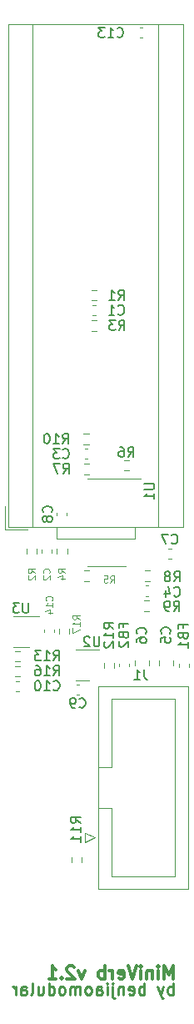
<source format=gbr>
%TF.GenerationSoftware,KiCad,Pcbnew,6.0.11+dfsg-1~bpo11+1*%
%TF.CreationDate,2023-04-14T10:24:11+08:00*%
%TF.ProjectId,MiniVerb - Main,4d696e69-5665-4726-9220-2d204d61696e,rev?*%
%TF.SameCoordinates,Original*%
%TF.FileFunction,Legend,Bot*%
%TF.FilePolarity,Positive*%
%FSLAX46Y46*%
G04 Gerber Fmt 4.6, Leading zero omitted, Abs format (unit mm)*
G04 Created by KiCad (PCBNEW 6.0.11+dfsg-1~bpo11+1) date 2023-04-14 10:24:11*
%MOMM*%
%LPD*%
G01*
G04 APERTURE LIST*
%ADD10C,0.220000*%
%ADD11C,0.300000*%
%ADD12C,0.120000*%
%ADD13C,0.150000*%
G04 APERTURE END LIST*
D10*
X178135714Y-148992857D02*
X178135714Y-147792857D01*
X178135714Y-148250000D02*
X178021428Y-148192857D01*
X177792857Y-148192857D01*
X177678571Y-148250000D01*
X177621428Y-148307142D01*
X177564285Y-148421428D01*
X177564285Y-148764285D01*
X177621428Y-148878571D01*
X177678571Y-148935714D01*
X177792857Y-148992857D01*
X178021428Y-148992857D01*
X178135714Y-148935714D01*
X177164285Y-148192857D02*
X176878571Y-148992857D01*
X176592857Y-148192857D02*
X176878571Y-148992857D01*
X176992857Y-149278571D01*
X177050000Y-149335714D01*
X177164285Y-149392857D01*
X175221428Y-148992857D02*
X175221428Y-147792857D01*
X175221428Y-148250000D02*
X175107142Y-148192857D01*
X174878571Y-148192857D01*
X174764285Y-148250000D01*
X174707142Y-148307142D01*
X174650000Y-148421428D01*
X174650000Y-148764285D01*
X174707142Y-148878571D01*
X174764285Y-148935714D01*
X174878571Y-148992857D01*
X175107142Y-148992857D01*
X175221428Y-148935714D01*
X173678571Y-148935714D02*
X173792857Y-148992857D01*
X174021428Y-148992857D01*
X174135714Y-148935714D01*
X174192857Y-148821428D01*
X174192857Y-148364285D01*
X174135714Y-148250000D01*
X174021428Y-148192857D01*
X173792857Y-148192857D01*
X173678571Y-148250000D01*
X173621428Y-148364285D01*
X173621428Y-148478571D01*
X174192857Y-148592857D01*
X173107142Y-148192857D02*
X173107142Y-148992857D01*
X173107142Y-148307142D02*
X173050000Y-148250000D01*
X172935714Y-148192857D01*
X172764285Y-148192857D01*
X172650000Y-148250000D01*
X172592857Y-148364285D01*
X172592857Y-148992857D01*
X172021428Y-148192857D02*
X172021428Y-149221428D01*
X172078571Y-149335714D01*
X172192857Y-149392857D01*
X172250000Y-149392857D01*
X172021428Y-147792857D02*
X172078571Y-147850000D01*
X172021428Y-147907142D01*
X171964285Y-147850000D01*
X172021428Y-147792857D01*
X172021428Y-147907142D01*
X171450000Y-148992857D02*
X171450000Y-148192857D01*
X171450000Y-147792857D02*
X171507142Y-147850000D01*
X171450000Y-147907142D01*
X171392857Y-147850000D01*
X171450000Y-147792857D01*
X171450000Y-147907142D01*
X170364285Y-148992857D02*
X170364285Y-148364285D01*
X170421428Y-148250000D01*
X170535714Y-148192857D01*
X170764285Y-148192857D01*
X170878571Y-148250000D01*
X170364285Y-148935714D02*
X170478571Y-148992857D01*
X170764285Y-148992857D01*
X170878571Y-148935714D01*
X170935714Y-148821428D01*
X170935714Y-148707142D01*
X170878571Y-148592857D01*
X170764285Y-148535714D01*
X170478571Y-148535714D01*
X170364285Y-148478571D01*
X169621428Y-148992857D02*
X169735714Y-148935714D01*
X169792857Y-148878571D01*
X169850000Y-148764285D01*
X169850000Y-148421428D01*
X169792857Y-148307142D01*
X169735714Y-148250000D01*
X169621428Y-148192857D01*
X169450000Y-148192857D01*
X169335714Y-148250000D01*
X169278571Y-148307142D01*
X169221428Y-148421428D01*
X169221428Y-148764285D01*
X169278571Y-148878571D01*
X169335714Y-148935714D01*
X169450000Y-148992857D01*
X169621428Y-148992857D01*
X168707142Y-148992857D02*
X168707142Y-148192857D01*
X168707142Y-148307142D02*
X168650000Y-148250000D01*
X168535714Y-148192857D01*
X168364285Y-148192857D01*
X168250000Y-148250000D01*
X168192857Y-148364285D01*
X168192857Y-148992857D01*
X168192857Y-148364285D02*
X168135714Y-148250000D01*
X168021428Y-148192857D01*
X167850000Y-148192857D01*
X167735714Y-148250000D01*
X167678571Y-148364285D01*
X167678571Y-148992857D01*
X166935714Y-148992857D02*
X167050000Y-148935714D01*
X167107142Y-148878571D01*
X167164285Y-148764285D01*
X167164285Y-148421428D01*
X167107142Y-148307142D01*
X167050000Y-148250000D01*
X166935714Y-148192857D01*
X166764285Y-148192857D01*
X166650000Y-148250000D01*
X166592857Y-148307142D01*
X166535714Y-148421428D01*
X166535714Y-148764285D01*
X166592857Y-148878571D01*
X166650000Y-148935714D01*
X166764285Y-148992857D01*
X166935714Y-148992857D01*
X165507142Y-148992857D02*
X165507142Y-147792857D01*
X165507142Y-148935714D02*
X165621428Y-148992857D01*
X165850000Y-148992857D01*
X165964285Y-148935714D01*
X166021428Y-148878571D01*
X166078571Y-148764285D01*
X166078571Y-148421428D01*
X166021428Y-148307142D01*
X165964285Y-148250000D01*
X165850000Y-148192857D01*
X165621428Y-148192857D01*
X165507142Y-148250000D01*
X164421428Y-148192857D02*
X164421428Y-148992857D01*
X164935714Y-148192857D02*
X164935714Y-148821428D01*
X164878571Y-148935714D01*
X164764285Y-148992857D01*
X164592857Y-148992857D01*
X164478571Y-148935714D01*
X164421428Y-148878571D01*
X163678571Y-148992857D02*
X163792857Y-148935714D01*
X163850000Y-148821428D01*
X163850000Y-147792857D01*
X162707142Y-148992857D02*
X162707142Y-148364285D01*
X162764285Y-148250000D01*
X162878571Y-148192857D01*
X163107142Y-148192857D01*
X163221428Y-148250000D01*
X162707142Y-148935714D02*
X162821428Y-148992857D01*
X163107142Y-148992857D01*
X163221428Y-148935714D01*
X163278571Y-148821428D01*
X163278571Y-148707142D01*
X163221428Y-148592857D01*
X163107142Y-148535714D01*
X162821428Y-148535714D01*
X162707142Y-148478571D01*
X162135714Y-148992857D02*
X162135714Y-148192857D01*
X162135714Y-148421428D02*
X162078571Y-148307142D01*
X162021428Y-148250000D01*
X161907142Y-148192857D01*
X161792857Y-148192857D01*
D11*
X178133333Y-147388095D02*
X178133333Y-146088095D01*
X177700000Y-147016666D01*
X177266666Y-146088095D01*
X177266666Y-147388095D01*
X176647619Y-147388095D02*
X176647619Y-146521428D01*
X176647619Y-146088095D02*
X176709523Y-146150000D01*
X176647619Y-146211904D01*
X176585714Y-146150000D01*
X176647619Y-146088095D01*
X176647619Y-146211904D01*
X176028571Y-146521428D02*
X176028571Y-147388095D01*
X176028571Y-146645238D02*
X175966666Y-146583333D01*
X175842857Y-146521428D01*
X175657142Y-146521428D01*
X175533333Y-146583333D01*
X175471428Y-146707142D01*
X175471428Y-147388095D01*
X174852380Y-147388095D02*
X174852380Y-146521428D01*
X174852380Y-146088095D02*
X174914285Y-146150000D01*
X174852380Y-146211904D01*
X174790476Y-146150000D01*
X174852380Y-146088095D01*
X174852380Y-146211904D01*
X174419047Y-146088095D02*
X173985714Y-147388095D01*
X173552380Y-146088095D01*
X172623809Y-147326190D02*
X172747619Y-147388095D01*
X172995238Y-147388095D01*
X173119047Y-147326190D01*
X173180952Y-147202380D01*
X173180952Y-146707142D01*
X173119047Y-146583333D01*
X172995238Y-146521428D01*
X172747619Y-146521428D01*
X172623809Y-146583333D01*
X172561904Y-146707142D01*
X172561904Y-146830952D01*
X173180952Y-146954761D01*
X172004761Y-147388095D02*
X172004761Y-146521428D01*
X172004761Y-146769047D02*
X171942857Y-146645238D01*
X171880952Y-146583333D01*
X171757142Y-146521428D01*
X171633333Y-146521428D01*
X171200000Y-147388095D02*
X171200000Y-146088095D01*
X171200000Y-146583333D02*
X171076190Y-146521428D01*
X170828571Y-146521428D01*
X170704761Y-146583333D01*
X170642857Y-146645238D01*
X170580952Y-146769047D01*
X170580952Y-147140476D01*
X170642857Y-147264285D01*
X170704761Y-147326190D01*
X170828571Y-147388095D01*
X171076190Y-147388095D01*
X171200000Y-147326190D01*
X169157142Y-146521428D02*
X168847619Y-147388095D01*
X168538095Y-146521428D01*
X168104761Y-146211904D02*
X168042857Y-146150000D01*
X167919047Y-146088095D01*
X167609523Y-146088095D01*
X167485714Y-146150000D01*
X167423809Y-146211904D01*
X167361904Y-146335714D01*
X167361904Y-146459523D01*
X167423809Y-146645238D01*
X168166666Y-147388095D01*
X167361904Y-147388095D01*
X166804761Y-147264285D02*
X166742857Y-147326190D01*
X166804761Y-147388095D01*
X166866666Y-147326190D01*
X166804761Y-147264285D01*
X166804761Y-147388095D01*
X165504761Y-147388095D02*
X166247619Y-147388095D01*
X165876190Y-147388095D02*
X165876190Y-146088095D01*
X166000000Y-146273809D01*
X166123809Y-146397619D01*
X166247619Y-146459523D01*
D12*
%TO.C,R2*%
X164086666Y-106193333D02*
X163753333Y-105960000D01*
X164086666Y-105793333D02*
X163386666Y-105793333D01*
X163386666Y-106060000D01*
X163420000Y-106126666D01*
X163453333Y-106160000D01*
X163520000Y-106193333D01*
X163620000Y-106193333D01*
X163686666Y-106160000D01*
X163720000Y-106126666D01*
X163753333Y-106060000D01*
X163753333Y-105793333D01*
X163453333Y-106460000D02*
X163420000Y-106493333D01*
X163386666Y-106560000D01*
X163386666Y-106726666D01*
X163420000Y-106793333D01*
X163453333Y-106826666D01*
X163520000Y-106860000D01*
X163586666Y-106860000D01*
X163686666Y-106826666D01*
X164086666Y-106426666D01*
X164086666Y-106860000D01*
D13*
%TO.C,R12*%
X172101447Y-111853075D02*
X171625257Y-111519742D01*
X172101447Y-111281647D02*
X171101447Y-111281647D01*
X171101447Y-111662599D01*
X171149067Y-111757837D01*
X171196686Y-111805456D01*
X171291924Y-111853075D01*
X171434781Y-111853075D01*
X171530019Y-111805456D01*
X171577638Y-111757837D01*
X171625257Y-111662599D01*
X171625257Y-111281647D01*
X172101447Y-112805456D02*
X172101447Y-112234028D01*
X172101447Y-112519742D02*
X171101447Y-112519742D01*
X171244305Y-112424504D01*
X171339543Y-112329266D01*
X171387162Y-112234028D01*
X171196686Y-113186409D02*
X171149067Y-113234028D01*
X171101447Y-113329266D01*
X171101447Y-113567361D01*
X171149067Y-113662599D01*
X171196686Y-113710218D01*
X171291924Y-113757837D01*
X171387162Y-113757837D01*
X171530019Y-113710218D01*
X172101447Y-113138790D01*
X172101447Y-113757837D01*
%TO.C,R9*%
X178215733Y-110048313D02*
X178549067Y-109572123D01*
X178787162Y-110048313D02*
X178787162Y-109048313D01*
X178406209Y-109048313D01*
X178310971Y-109095933D01*
X178263352Y-109143552D01*
X178215733Y-109238790D01*
X178215733Y-109381647D01*
X178263352Y-109476885D01*
X178310971Y-109524504D01*
X178406209Y-109572123D01*
X178787162Y-109572123D01*
X177739543Y-110048313D02*
X177549067Y-110048313D01*
X177453828Y-110000694D01*
X177406209Y-109953075D01*
X177310971Y-109810218D01*
X177263352Y-109619742D01*
X177263352Y-109238790D01*
X177310971Y-109143552D01*
X177358590Y-109095933D01*
X177453828Y-109048313D01*
X177644305Y-109048313D01*
X177739543Y-109095933D01*
X177787162Y-109143552D01*
X177834781Y-109238790D01*
X177834781Y-109476885D01*
X177787162Y-109572123D01*
X177739543Y-109619742D01*
X177644305Y-109667361D01*
X177453828Y-109667361D01*
X177358590Y-109619742D01*
X177310971Y-109572123D01*
X177263352Y-109476885D01*
%TO.C,U3*%
X163435971Y-109223313D02*
X163435971Y-110032837D01*
X163388352Y-110128075D01*
X163340733Y-110175694D01*
X163245495Y-110223313D01*
X163055019Y-110223313D01*
X162959781Y-110175694D01*
X162912162Y-110128075D01*
X162864543Y-110032837D01*
X162864543Y-109223313D01*
X162483590Y-109223313D02*
X161864543Y-109223313D01*
X162197876Y-109604266D01*
X162055019Y-109604266D01*
X161959781Y-109651885D01*
X161912162Y-109699504D01*
X161864543Y-109794742D01*
X161864543Y-110032837D01*
X161912162Y-110128075D01*
X161959781Y-110175694D01*
X162055019Y-110223313D01*
X162340733Y-110223313D01*
X162435971Y-110175694D01*
X162483590Y-110128075D01*
%TO.C,C3*%
X166939166Y-94482142D02*
X166986785Y-94529761D01*
X167129642Y-94577380D01*
X167224880Y-94577380D01*
X167367738Y-94529761D01*
X167462976Y-94434523D01*
X167510595Y-94339285D01*
X167558214Y-94148809D01*
X167558214Y-94005952D01*
X167510595Y-93815476D01*
X167462976Y-93720238D01*
X167367738Y-93625000D01*
X167224880Y-93577380D01*
X167129642Y-93577380D01*
X166986785Y-93625000D01*
X166939166Y-93672619D01*
X166605833Y-93577380D02*
X165986785Y-93577380D01*
X166320119Y-93958333D01*
X166177261Y-93958333D01*
X166082023Y-94005952D01*
X166034404Y-94053571D01*
X165986785Y-94148809D01*
X165986785Y-94386904D01*
X166034404Y-94482142D01*
X166082023Y-94529761D01*
X166177261Y-94577380D01*
X166462976Y-94577380D01*
X166558214Y-94529761D01*
X166605833Y-94482142D01*
%TO.C,C1*%
X172566666Y-79877142D02*
X172614285Y-79924761D01*
X172757142Y-79972380D01*
X172852380Y-79972380D01*
X172995238Y-79924761D01*
X173090476Y-79829523D01*
X173138095Y-79734285D01*
X173185714Y-79543809D01*
X173185714Y-79400952D01*
X173138095Y-79210476D01*
X173090476Y-79115238D01*
X172995238Y-79020000D01*
X172852380Y-78972380D01*
X172757142Y-78972380D01*
X172614285Y-79020000D01*
X172566666Y-79067619D01*
X171614285Y-79972380D02*
X172185714Y-79972380D01*
X171900000Y-79972380D02*
X171900000Y-78972380D01*
X171995238Y-79115238D01*
X172090476Y-79210476D01*
X172185714Y-79258095D01*
%TO.C,R6*%
X173566666Y-94402380D02*
X173900000Y-93926190D01*
X174138095Y-94402380D02*
X174138095Y-93402380D01*
X173757142Y-93402380D01*
X173661904Y-93450000D01*
X173614285Y-93497619D01*
X173566666Y-93592857D01*
X173566666Y-93735714D01*
X173614285Y-93830952D01*
X173661904Y-93878571D01*
X173757142Y-93926190D01*
X174138095Y-93926190D01*
X172709523Y-93402380D02*
X172900000Y-93402380D01*
X172995238Y-93450000D01*
X173042857Y-93497619D01*
X173138095Y-93640476D01*
X173185714Y-93830952D01*
X173185714Y-94211904D01*
X173138095Y-94307142D01*
X173090476Y-94354761D01*
X172995238Y-94402380D01*
X172804761Y-94402380D01*
X172709523Y-94354761D01*
X172661904Y-94307142D01*
X172614285Y-94211904D01*
X172614285Y-93973809D01*
X172661904Y-93878571D01*
X172709523Y-93830952D01*
X172804761Y-93783333D01*
X172995238Y-93783333D01*
X173090476Y-93830952D01*
X173138095Y-93878571D01*
X173185714Y-93973809D01*
%TO.C,C13*%
X172466924Y-51703075D02*
X172514543Y-51750694D01*
X172657400Y-51798313D01*
X172752638Y-51798313D01*
X172895495Y-51750694D01*
X172990733Y-51655456D01*
X173038352Y-51560218D01*
X173085971Y-51369742D01*
X173085971Y-51226885D01*
X173038352Y-51036409D01*
X172990733Y-50941171D01*
X172895495Y-50845933D01*
X172752638Y-50798313D01*
X172657400Y-50798313D01*
X172514543Y-50845933D01*
X172466924Y-50893552D01*
X171514543Y-51798313D02*
X172085971Y-51798313D01*
X171800257Y-51798313D02*
X171800257Y-50798313D01*
X171895495Y-50941171D01*
X171990733Y-51036409D01*
X172085971Y-51084028D01*
X171181209Y-50798313D02*
X170562162Y-50798313D01*
X170895495Y-51179266D01*
X170752638Y-51179266D01*
X170657400Y-51226885D01*
X170609781Y-51274504D01*
X170562162Y-51369742D01*
X170562162Y-51607837D01*
X170609781Y-51703075D01*
X170657400Y-51750694D01*
X170752638Y-51798313D01*
X171038352Y-51798313D01*
X171133590Y-51750694D01*
X171181209Y-51703075D01*
%TO.C,R13*%
X165991924Y-115073313D02*
X166325257Y-114597123D01*
X166563352Y-115073313D02*
X166563352Y-114073313D01*
X166182400Y-114073313D01*
X166087162Y-114120933D01*
X166039543Y-114168552D01*
X165991924Y-114263790D01*
X165991924Y-114406647D01*
X166039543Y-114501885D01*
X166087162Y-114549504D01*
X166182400Y-114597123D01*
X166563352Y-114597123D01*
X165039543Y-115073313D02*
X165610971Y-115073313D01*
X165325257Y-115073313D02*
X165325257Y-114073313D01*
X165420495Y-114216171D01*
X165515733Y-114311409D01*
X165610971Y-114359028D01*
X164706209Y-114073313D02*
X164087162Y-114073313D01*
X164420495Y-114454266D01*
X164277638Y-114454266D01*
X164182400Y-114501885D01*
X164134781Y-114549504D01*
X164087162Y-114644742D01*
X164087162Y-114882837D01*
X164134781Y-114978075D01*
X164182400Y-115025694D01*
X164277638Y-115073313D01*
X164563352Y-115073313D01*
X164658590Y-115025694D01*
X164706209Y-114978075D01*
%TO.C,U2*%
X170660971Y-112648313D02*
X170660971Y-113457837D01*
X170613352Y-113553075D01*
X170565733Y-113600694D01*
X170470495Y-113648313D01*
X170280019Y-113648313D01*
X170184781Y-113600694D01*
X170137162Y-113553075D01*
X170089543Y-113457837D01*
X170089543Y-112648313D01*
X169660971Y-112743552D02*
X169613352Y-112695933D01*
X169518114Y-112648313D01*
X169280019Y-112648313D01*
X169184781Y-112695933D01*
X169137162Y-112743552D01*
X169089543Y-112838790D01*
X169089543Y-112934028D01*
X169137162Y-113076885D01*
X169708590Y-113648313D01*
X169089543Y-113648313D01*
%TO.C,R1*%
X172586666Y-78452380D02*
X172920000Y-77976190D01*
X173158095Y-78452380D02*
X173158095Y-77452380D01*
X172777142Y-77452380D01*
X172681904Y-77500000D01*
X172634285Y-77547619D01*
X172586666Y-77642857D01*
X172586666Y-77785714D01*
X172634285Y-77880952D01*
X172681904Y-77928571D01*
X172777142Y-77976190D01*
X173158095Y-77976190D01*
X171634285Y-78452380D02*
X172205714Y-78452380D01*
X171920000Y-78452380D02*
X171920000Y-77452380D01*
X172015238Y-77595238D01*
X172110476Y-77690476D01*
X172205714Y-77738095D01*
D12*
%TO.C,R5*%
X171761666Y-107161666D02*
X171995000Y-106828333D01*
X172161666Y-107161666D02*
X172161666Y-106461666D01*
X171895000Y-106461666D01*
X171828333Y-106495000D01*
X171795000Y-106528333D01*
X171761666Y-106595000D01*
X171761666Y-106695000D01*
X171795000Y-106761666D01*
X171828333Y-106795000D01*
X171895000Y-106828333D01*
X172161666Y-106828333D01*
X171128333Y-106461666D02*
X171461666Y-106461666D01*
X171495000Y-106795000D01*
X171461666Y-106761666D01*
X171395000Y-106728333D01*
X171228333Y-106728333D01*
X171161666Y-106761666D01*
X171128333Y-106795000D01*
X171095000Y-106861666D01*
X171095000Y-107028333D01*
X171128333Y-107095000D01*
X171161666Y-107128333D01*
X171228333Y-107161666D01*
X171395000Y-107161666D01*
X171461666Y-107128333D01*
X171495000Y-107095000D01*
D13*
%TO.C,C5*%
X177806209Y-112329266D02*
X177853828Y-112281647D01*
X177901447Y-112138790D01*
X177901447Y-112043552D01*
X177853828Y-111900694D01*
X177758590Y-111805456D01*
X177663352Y-111757837D01*
X177472876Y-111710218D01*
X177330019Y-111710218D01*
X177139543Y-111757837D01*
X177044305Y-111805456D01*
X176949067Y-111900694D01*
X176901447Y-112043552D01*
X176901447Y-112138790D01*
X176949067Y-112281647D01*
X176996686Y-112329266D01*
X176901447Y-113234028D02*
X176901447Y-112757837D01*
X177377638Y-112710218D01*
X177330019Y-112757837D01*
X177282400Y-112853075D01*
X177282400Y-113091171D01*
X177330019Y-113186409D01*
X177377638Y-113234028D01*
X177472876Y-113281647D01*
X177710971Y-113281647D01*
X177806209Y-113234028D01*
X177853828Y-113186409D01*
X177901447Y-113091171D01*
X177901447Y-112853075D01*
X177853828Y-112757837D01*
X177806209Y-112710218D01*
%TO.C,U1*%
X175226447Y-97109028D02*
X176035971Y-97109028D01*
X176131209Y-97156647D01*
X176178828Y-97204266D01*
X176226447Y-97299504D01*
X176226447Y-97489980D01*
X176178828Y-97585218D01*
X176131209Y-97632837D01*
X176035971Y-97680456D01*
X175226447Y-97680456D01*
X176226447Y-98680456D02*
X176226447Y-98109028D01*
X176226447Y-98394742D02*
X175226447Y-98394742D01*
X175369305Y-98299504D01*
X175464543Y-98204266D01*
X175512162Y-98109028D01*
D12*
%TO.C,C2*%
X165550000Y-106193333D02*
X165583333Y-106160000D01*
X165616666Y-106060000D01*
X165616666Y-105993333D01*
X165583333Y-105893333D01*
X165516666Y-105826666D01*
X165450000Y-105793333D01*
X165316666Y-105760000D01*
X165216666Y-105760000D01*
X165083333Y-105793333D01*
X165016666Y-105826666D01*
X164950000Y-105893333D01*
X164916666Y-105993333D01*
X164916666Y-106060000D01*
X164950000Y-106160000D01*
X164983333Y-106193333D01*
X164983333Y-106460000D02*
X164950000Y-106493333D01*
X164916666Y-106560000D01*
X164916666Y-106726666D01*
X164950000Y-106793333D01*
X164983333Y-106826666D01*
X165050000Y-106860000D01*
X165116666Y-106860000D01*
X165216666Y-106826666D01*
X165616666Y-106426666D01*
X165616666Y-106860000D01*
D13*
%TO.C,C10*%
X165991924Y-118028075D02*
X166039543Y-118075694D01*
X166182400Y-118123313D01*
X166277638Y-118123313D01*
X166420495Y-118075694D01*
X166515733Y-117980456D01*
X166563352Y-117885218D01*
X166610971Y-117694742D01*
X166610971Y-117551885D01*
X166563352Y-117361409D01*
X166515733Y-117266171D01*
X166420495Y-117170933D01*
X166277638Y-117123313D01*
X166182400Y-117123313D01*
X166039543Y-117170933D01*
X165991924Y-117218552D01*
X165039543Y-118123313D02*
X165610971Y-118123313D01*
X165325257Y-118123313D02*
X165325257Y-117123313D01*
X165420495Y-117266171D01*
X165515733Y-117361409D01*
X165610971Y-117409028D01*
X164420495Y-117123313D02*
X164325257Y-117123313D01*
X164230019Y-117170933D01*
X164182400Y-117218552D01*
X164134781Y-117313790D01*
X164087162Y-117504266D01*
X164087162Y-117742361D01*
X164134781Y-117932837D01*
X164182400Y-118028075D01*
X164230019Y-118075694D01*
X164325257Y-118123313D01*
X164420495Y-118123313D01*
X164515733Y-118075694D01*
X164563352Y-118028075D01*
X164610971Y-117932837D01*
X164658590Y-117742361D01*
X164658590Y-117504266D01*
X164610971Y-117313790D01*
X164563352Y-117218552D01*
X164515733Y-117170933D01*
X164420495Y-117123313D01*
D12*
%TO.C,R4*%
X167156666Y-106168333D02*
X166823333Y-105935000D01*
X167156666Y-105768333D02*
X166456666Y-105768333D01*
X166456666Y-106035000D01*
X166490000Y-106101666D01*
X166523333Y-106135000D01*
X166590000Y-106168333D01*
X166690000Y-106168333D01*
X166756666Y-106135000D01*
X166790000Y-106101666D01*
X166823333Y-106035000D01*
X166823333Y-105768333D01*
X166690000Y-106768333D02*
X167156666Y-106768333D01*
X166423333Y-106601666D02*
X166923333Y-106435000D01*
X166923333Y-106868333D01*
D13*
%TO.C,C7*%
X177990733Y-103148075D02*
X178038352Y-103195694D01*
X178181209Y-103243313D01*
X178276447Y-103243313D01*
X178419305Y-103195694D01*
X178514543Y-103100456D01*
X178562162Y-103005218D01*
X178609781Y-102814742D01*
X178609781Y-102671885D01*
X178562162Y-102481409D01*
X178514543Y-102386171D01*
X178419305Y-102290933D01*
X178276447Y-102243313D01*
X178181209Y-102243313D01*
X178038352Y-102290933D01*
X177990733Y-102338552D01*
X177657400Y-102243313D02*
X176990733Y-102243313D01*
X177419305Y-103243313D01*
%TO.C,J1*%
X175192400Y-115998313D02*
X175192400Y-116712599D01*
X175240019Y-116855456D01*
X175335257Y-116950694D01*
X175478114Y-116998313D01*
X175573352Y-116998313D01*
X174192400Y-116998313D02*
X174763828Y-116998313D01*
X174478114Y-116998313D02*
X174478114Y-115998313D01*
X174573352Y-116141171D01*
X174668590Y-116236409D01*
X174763828Y-116284028D01*
%TO.C,R16*%
X165991924Y-116598313D02*
X166325257Y-116122123D01*
X166563352Y-116598313D02*
X166563352Y-115598313D01*
X166182400Y-115598313D01*
X166087162Y-115645933D01*
X166039543Y-115693552D01*
X165991924Y-115788790D01*
X165991924Y-115931647D01*
X166039543Y-116026885D01*
X166087162Y-116074504D01*
X166182400Y-116122123D01*
X166563352Y-116122123D01*
X165039543Y-116598313D02*
X165610971Y-116598313D01*
X165325257Y-116598313D02*
X165325257Y-115598313D01*
X165420495Y-115741171D01*
X165515733Y-115836409D01*
X165610971Y-115884028D01*
X164182400Y-115598313D02*
X164372876Y-115598313D01*
X164468114Y-115645933D01*
X164515733Y-115693552D01*
X164610971Y-115836409D01*
X164658590Y-116026885D01*
X164658590Y-116407837D01*
X164610971Y-116503075D01*
X164563352Y-116550694D01*
X164468114Y-116598313D01*
X164277638Y-116598313D01*
X164182400Y-116550694D01*
X164134781Y-116503075D01*
X164087162Y-116407837D01*
X164087162Y-116169742D01*
X164134781Y-116074504D01*
X164182400Y-116026885D01*
X164277638Y-115979266D01*
X164468114Y-115979266D01*
X164563352Y-116026885D01*
X164610971Y-116074504D01*
X164658590Y-116169742D01*
%TO.C,R11*%
X168753313Y-131579959D02*
X168277123Y-131246626D01*
X168753313Y-131008531D02*
X167753313Y-131008531D01*
X167753313Y-131389483D01*
X167800933Y-131484721D01*
X167848552Y-131532340D01*
X167943790Y-131579959D01*
X168086647Y-131579959D01*
X168181885Y-131532340D01*
X168229504Y-131484721D01*
X168277123Y-131389483D01*
X168277123Y-131008531D01*
X168753313Y-132532340D02*
X168753313Y-131960912D01*
X168753313Y-132246626D02*
X167753313Y-132246626D01*
X167896171Y-132151388D01*
X167991409Y-132056150D01*
X168039028Y-131960912D01*
X168753313Y-133484721D02*
X168753313Y-132913293D01*
X168753313Y-133199007D02*
X167753313Y-133199007D01*
X167896171Y-133103769D01*
X167991409Y-133008531D01*
X168039028Y-132913293D01*
%TO.C,R8*%
X178240733Y-107048313D02*
X178574067Y-106572123D01*
X178812162Y-107048313D02*
X178812162Y-106048313D01*
X178431209Y-106048313D01*
X178335971Y-106095933D01*
X178288352Y-106143552D01*
X178240733Y-106238790D01*
X178240733Y-106381647D01*
X178288352Y-106476885D01*
X178335971Y-106524504D01*
X178431209Y-106572123D01*
X178812162Y-106572123D01*
X177669305Y-106476885D02*
X177764543Y-106429266D01*
X177812162Y-106381647D01*
X177859781Y-106286409D01*
X177859781Y-106238790D01*
X177812162Y-106143552D01*
X177764543Y-106095933D01*
X177669305Y-106048313D01*
X177478828Y-106048313D01*
X177383590Y-106095933D01*
X177335971Y-106143552D01*
X177288352Y-106238790D01*
X177288352Y-106286409D01*
X177335971Y-106381647D01*
X177383590Y-106429266D01*
X177478828Y-106476885D01*
X177669305Y-106476885D01*
X177764543Y-106524504D01*
X177812162Y-106572123D01*
X177859781Y-106667361D01*
X177859781Y-106857837D01*
X177812162Y-106953075D01*
X177764543Y-107000694D01*
X177669305Y-107048313D01*
X177478828Y-107048313D01*
X177383590Y-107000694D01*
X177335971Y-106953075D01*
X177288352Y-106857837D01*
X177288352Y-106667361D01*
X177335971Y-106572123D01*
X177383590Y-106524504D01*
X177478828Y-106476885D01*
%TO.C,C4*%
X178240733Y-108503075D02*
X178288352Y-108550694D01*
X178431209Y-108598313D01*
X178526447Y-108598313D01*
X178669305Y-108550694D01*
X178764543Y-108455456D01*
X178812162Y-108360218D01*
X178859781Y-108169742D01*
X178859781Y-108026885D01*
X178812162Y-107836409D01*
X178764543Y-107741171D01*
X178669305Y-107645933D01*
X178526447Y-107598313D01*
X178431209Y-107598313D01*
X178288352Y-107645933D01*
X178240733Y-107693552D01*
X177383590Y-107931647D02*
X177383590Y-108598313D01*
X177621686Y-107550694D02*
X177859781Y-108264980D01*
X177240733Y-108264980D01*
%TO.C,R7*%
X166969166Y-96077380D02*
X167302500Y-95601190D01*
X167540595Y-96077380D02*
X167540595Y-95077380D01*
X167159642Y-95077380D01*
X167064404Y-95125000D01*
X167016785Y-95172619D01*
X166969166Y-95267857D01*
X166969166Y-95410714D01*
X167016785Y-95505952D01*
X167064404Y-95553571D01*
X167159642Y-95601190D01*
X167540595Y-95601190D01*
X166635833Y-95077380D02*
X165969166Y-95077380D01*
X166397738Y-96077380D01*
D12*
%TO.C,R17*%
X168640733Y-110895933D02*
X168307400Y-110662599D01*
X168640733Y-110495933D02*
X167940733Y-110495933D01*
X167940733Y-110762599D01*
X167974067Y-110829266D01*
X168007400Y-110862599D01*
X168074067Y-110895933D01*
X168174067Y-110895933D01*
X168240733Y-110862599D01*
X168274067Y-110829266D01*
X168307400Y-110762599D01*
X168307400Y-110495933D01*
X168640733Y-111562599D02*
X168640733Y-111162599D01*
X168640733Y-111362599D02*
X167940733Y-111362599D01*
X168040733Y-111295933D01*
X168107400Y-111229266D01*
X168140733Y-111162599D01*
X167940733Y-111795933D02*
X167940733Y-112262599D01*
X168640733Y-111962599D01*
D13*
%TO.C,FB1*%
X179152638Y-111732599D02*
X179152638Y-111399266D01*
X179676447Y-111399266D02*
X178676447Y-111399266D01*
X178676447Y-111875456D01*
X179152638Y-112589742D02*
X179200257Y-112732599D01*
X179247876Y-112780218D01*
X179343114Y-112827837D01*
X179485971Y-112827837D01*
X179581209Y-112780218D01*
X179628828Y-112732599D01*
X179676447Y-112637361D01*
X179676447Y-112256409D01*
X178676447Y-112256409D01*
X178676447Y-112589742D01*
X178724067Y-112684980D01*
X178771686Y-112732599D01*
X178866924Y-112780218D01*
X178962162Y-112780218D01*
X179057400Y-112732599D01*
X179105019Y-112684980D01*
X179152638Y-112589742D01*
X179152638Y-112256409D01*
X179676447Y-113780218D02*
X179676447Y-113208790D01*
X179676447Y-113494504D02*
X178676447Y-113494504D01*
X178819305Y-113399266D01*
X178914543Y-113304028D01*
X178962162Y-113208790D01*
D12*
%TO.C,C14*%
X165824067Y-108970933D02*
X165857400Y-108937599D01*
X165890733Y-108837599D01*
X165890733Y-108770933D01*
X165857400Y-108670933D01*
X165790733Y-108604266D01*
X165724067Y-108570933D01*
X165590733Y-108537599D01*
X165490733Y-108537599D01*
X165357400Y-108570933D01*
X165290733Y-108604266D01*
X165224067Y-108670933D01*
X165190733Y-108770933D01*
X165190733Y-108837599D01*
X165224067Y-108937599D01*
X165257400Y-108970933D01*
X165890733Y-109637599D02*
X165890733Y-109237599D01*
X165890733Y-109437599D02*
X165190733Y-109437599D01*
X165290733Y-109370933D01*
X165357400Y-109304266D01*
X165390733Y-109237599D01*
X165424067Y-110237599D02*
X165890733Y-110237599D01*
X165157400Y-110070933D02*
X165657400Y-109904266D01*
X165657400Y-110337599D01*
D13*
%TO.C,C9*%
X168615733Y-119778075D02*
X168663352Y-119825694D01*
X168806209Y-119873313D01*
X168901447Y-119873313D01*
X169044305Y-119825694D01*
X169139543Y-119730456D01*
X169187162Y-119635218D01*
X169234781Y-119444742D01*
X169234781Y-119301885D01*
X169187162Y-119111409D01*
X169139543Y-119016171D01*
X169044305Y-118920933D01*
X168901447Y-118873313D01*
X168806209Y-118873313D01*
X168663352Y-118920933D01*
X168615733Y-118968552D01*
X168139543Y-119873313D02*
X167949067Y-119873313D01*
X167853828Y-119825694D01*
X167806209Y-119778075D01*
X167710971Y-119635218D01*
X167663352Y-119444742D01*
X167663352Y-119063790D01*
X167710971Y-118968552D01*
X167758590Y-118920933D01*
X167853828Y-118873313D01*
X168044305Y-118873313D01*
X168139543Y-118920933D01*
X168187162Y-118968552D01*
X168234781Y-119063790D01*
X168234781Y-119301885D01*
X168187162Y-119397123D01*
X168139543Y-119444742D01*
X168044305Y-119492361D01*
X167853828Y-119492361D01*
X167758590Y-119444742D01*
X167710971Y-119397123D01*
X167663352Y-119301885D01*
%TO.C,R10*%
X166925357Y-93047380D02*
X167258690Y-92571190D01*
X167496785Y-93047380D02*
X167496785Y-92047380D01*
X167115833Y-92047380D01*
X167020595Y-92095000D01*
X166972976Y-92142619D01*
X166925357Y-92237857D01*
X166925357Y-92380714D01*
X166972976Y-92475952D01*
X167020595Y-92523571D01*
X167115833Y-92571190D01*
X167496785Y-92571190D01*
X165972976Y-93047380D02*
X166544404Y-93047380D01*
X166258690Y-93047380D02*
X166258690Y-92047380D01*
X166353928Y-92190238D01*
X166449166Y-92285476D01*
X166544404Y-92333095D01*
X165353928Y-92047380D02*
X165258690Y-92047380D01*
X165163452Y-92095000D01*
X165115833Y-92142619D01*
X165068214Y-92237857D01*
X165020595Y-92428333D01*
X165020595Y-92666428D01*
X165068214Y-92856904D01*
X165115833Y-92952142D01*
X165163452Y-92999761D01*
X165258690Y-93047380D01*
X165353928Y-93047380D01*
X165449166Y-92999761D01*
X165496785Y-92952142D01*
X165544404Y-92856904D01*
X165592023Y-92666428D01*
X165592023Y-92428333D01*
X165544404Y-92237857D01*
X165496785Y-92142619D01*
X165449166Y-92095000D01*
X165353928Y-92047380D01*
%TO.C,C8*%
X165776209Y-100029266D02*
X165823828Y-99981647D01*
X165871447Y-99838790D01*
X165871447Y-99743552D01*
X165823828Y-99600694D01*
X165728590Y-99505456D01*
X165633352Y-99457837D01*
X165442876Y-99410218D01*
X165300019Y-99410218D01*
X165109543Y-99457837D01*
X165014305Y-99505456D01*
X164919067Y-99600694D01*
X164871447Y-99743552D01*
X164871447Y-99838790D01*
X164919067Y-99981647D01*
X164966686Y-100029266D01*
X165300019Y-100600694D02*
X165252400Y-100505456D01*
X165204781Y-100457837D01*
X165109543Y-100410218D01*
X165061924Y-100410218D01*
X164966686Y-100457837D01*
X164919067Y-100505456D01*
X164871447Y-100600694D01*
X164871447Y-100791171D01*
X164919067Y-100886409D01*
X164966686Y-100934028D01*
X165061924Y-100981647D01*
X165109543Y-100981647D01*
X165204781Y-100934028D01*
X165252400Y-100886409D01*
X165300019Y-100791171D01*
X165300019Y-100600694D01*
X165347638Y-100505456D01*
X165395257Y-100457837D01*
X165490495Y-100410218D01*
X165680971Y-100410218D01*
X165776209Y-100457837D01*
X165823828Y-100505456D01*
X165871447Y-100600694D01*
X165871447Y-100791171D01*
X165823828Y-100886409D01*
X165776209Y-100934028D01*
X165680971Y-100981647D01*
X165490495Y-100981647D01*
X165395257Y-100934028D01*
X165347638Y-100886409D01*
X165300019Y-100791171D01*
%TO.C,C6*%
X175331209Y-112354266D02*
X175378828Y-112306647D01*
X175426447Y-112163790D01*
X175426447Y-112068552D01*
X175378828Y-111925694D01*
X175283590Y-111830456D01*
X175188352Y-111782837D01*
X174997876Y-111735218D01*
X174855019Y-111735218D01*
X174664543Y-111782837D01*
X174569305Y-111830456D01*
X174474067Y-111925694D01*
X174426447Y-112068552D01*
X174426447Y-112163790D01*
X174474067Y-112306647D01*
X174521686Y-112354266D01*
X174426447Y-113211409D02*
X174426447Y-113020933D01*
X174474067Y-112925694D01*
X174521686Y-112878075D01*
X174664543Y-112782837D01*
X174855019Y-112735218D01*
X175235971Y-112735218D01*
X175331209Y-112782837D01*
X175378828Y-112830456D01*
X175426447Y-112925694D01*
X175426447Y-113116171D01*
X175378828Y-113211409D01*
X175331209Y-113259028D01*
X175235971Y-113306647D01*
X174997876Y-113306647D01*
X174902638Y-113259028D01*
X174855019Y-113211409D01*
X174807400Y-113116171D01*
X174807400Y-112925694D01*
X174855019Y-112830456D01*
X174902638Y-112782837D01*
X174997876Y-112735218D01*
%TO.C,R3*%
X172616666Y-81542380D02*
X172950000Y-81066190D01*
X173188095Y-81542380D02*
X173188095Y-80542380D01*
X172807142Y-80542380D01*
X172711904Y-80590000D01*
X172664285Y-80637619D01*
X172616666Y-80732857D01*
X172616666Y-80875714D01*
X172664285Y-80970952D01*
X172711904Y-81018571D01*
X172807142Y-81066190D01*
X173188095Y-81066190D01*
X172283333Y-80542380D02*
X171664285Y-80542380D01*
X171997619Y-80923333D01*
X171854761Y-80923333D01*
X171759523Y-80970952D01*
X171711904Y-81018571D01*
X171664285Y-81113809D01*
X171664285Y-81351904D01*
X171711904Y-81447142D01*
X171759523Y-81494761D01*
X171854761Y-81542380D01*
X172140476Y-81542380D01*
X172235714Y-81494761D01*
X172283333Y-81447142D01*
%TO.C,FB2*%
X173102638Y-111662599D02*
X173102638Y-111329266D01*
X173626447Y-111329266D02*
X172626447Y-111329266D01*
X172626447Y-111805456D01*
X173102638Y-112519742D02*
X173150257Y-112662599D01*
X173197876Y-112710218D01*
X173293114Y-112757837D01*
X173435971Y-112757837D01*
X173531209Y-112710218D01*
X173578828Y-112662599D01*
X173626447Y-112567361D01*
X173626447Y-112186409D01*
X172626447Y-112186409D01*
X172626447Y-112519742D01*
X172674067Y-112614980D01*
X172721686Y-112662599D01*
X172816924Y-112710218D01*
X172912162Y-112710218D01*
X173007400Y-112662599D01*
X173055019Y-112614980D01*
X173102638Y-112519742D01*
X173102638Y-112186409D01*
X172721686Y-113138790D02*
X172674067Y-113186409D01*
X172626447Y-113281647D01*
X172626447Y-113519742D01*
X172674067Y-113614980D01*
X172721686Y-113662599D01*
X172816924Y-113710218D01*
X172912162Y-113710218D01*
X173055019Y-113662599D01*
X173626447Y-113091171D01*
X173626447Y-113710218D01*
D12*
%TO.C,R2*%
X164282500Y-103710276D02*
X164282500Y-104219724D01*
X163237500Y-103710276D02*
X163237500Y-104219724D01*
%TO.C,R12*%
X171126567Y-115291209D02*
X171126567Y-115800657D01*
X172171567Y-115291209D02*
X172171567Y-115800657D01*
%TO.C,R9*%
X175230222Y-109001812D02*
X175739670Y-109001812D01*
X175230222Y-110046812D02*
X175739670Y-110046812D01*
%TO.C,U3*%
X162699067Y-113680933D02*
X161899067Y-113680933D01*
X162699067Y-110560933D02*
X164499067Y-110560933D01*
X162699067Y-110560933D02*
X161899067Y-110560933D01*
X162699067Y-113680933D02*
X163499067Y-113680933D01*
%TO.C,C3*%
X169478767Y-93595000D02*
X169186233Y-93595000D01*
X169478767Y-94615000D02*
X169186233Y-94615000D01*
%TO.C,C1*%
X169953733Y-80040000D02*
X170246267Y-80040000D01*
X169953733Y-79020000D02*
X170246267Y-79020000D01*
%TO.C,R6*%
X173145276Y-95772500D02*
X173654724Y-95772500D01*
X173145276Y-94727500D02*
X173654724Y-94727500D01*
%TO.C,C13*%
X175032834Y-50835933D02*
X174740300Y-50835933D01*
X175032834Y-51855933D02*
X174740300Y-51855933D01*
%TO.C,R13*%
X162056843Y-114098433D02*
X162566291Y-114098433D01*
X162056843Y-115143433D02*
X162566291Y-115143433D01*
%TO.C,U2*%
X168924067Y-113935933D02*
X168274067Y-113935933D01*
X168924067Y-117055933D02*
X169574067Y-117055933D01*
X168924067Y-117055933D02*
X168274067Y-117055933D01*
X168924067Y-113935933D02*
X170599067Y-113935933D01*
%TO.C,R1*%
X170354724Y-78522500D02*
X169845276Y-78522500D01*
X170354724Y-77477500D02*
X169845276Y-77477500D01*
%TO.C,R5*%
X169579724Y-105952500D02*
X169070276Y-105952500D01*
X169579724Y-106997500D02*
X169070276Y-106997500D01*
%TO.C,C5*%
X178184067Y-115084681D02*
X178184067Y-115607185D01*
X176714067Y-115084681D02*
X176714067Y-115607185D01*
%TO.C,U1*%
X171369067Y-105480933D02*
X173319067Y-105480933D01*
X171369067Y-105480933D02*
X169419067Y-105480933D01*
X171369067Y-96610933D02*
X174819067Y-96610933D01*
X171369067Y-96610933D02*
X169419067Y-96610933D01*
%TO.C,C2*%
X165810000Y-104121267D02*
X165810000Y-103828733D01*
X164790000Y-104121267D02*
X164790000Y-103828733D01*
%TO.C,C10*%
X162457834Y-117160933D02*
X162165300Y-117160933D01*
X162457834Y-118180933D02*
X162165300Y-118180933D01*
%TO.C,R4*%
X167382500Y-104229724D02*
X167382500Y-103720276D01*
X166337500Y-104229724D02*
X166337500Y-103720276D01*
%TO.C,C7*%
X177970334Y-104730933D02*
X177677800Y-104730933D01*
X177970334Y-103710933D02*
X177677800Y-103710933D01*
%TO.C,J1*%
X171866567Y-125926933D02*
X170556567Y-125926933D01*
X170166567Y-133056933D02*
X169166567Y-133556933D01*
X170556567Y-117686933D02*
X170556567Y-138266933D01*
X171866567Y-136966933D02*
X178366567Y-136966933D01*
X179676567Y-138266933D02*
X179676567Y-117686933D01*
X170556567Y-138266933D02*
X179676567Y-138266933D01*
X178366567Y-118986933D02*
X171866567Y-118986933D01*
X179676567Y-117686933D02*
X170556567Y-117686933D01*
X169166567Y-133556933D02*
X169166567Y-132556933D01*
X178366567Y-136966933D02*
X178366567Y-118986933D01*
X169166567Y-132556933D02*
X170166567Y-133056933D01*
X171866567Y-125926933D02*
X171866567Y-125926933D01*
X171866567Y-118986933D02*
X171866567Y-125926933D01*
X170556567Y-130026933D02*
X171866567Y-130026933D01*
X171866567Y-130026933D02*
X171866567Y-136966933D01*
%TO.C,R16*%
X162056843Y-115623433D02*
X162566291Y-115623433D01*
X162056843Y-116668433D02*
X162566291Y-116668433D01*
%TO.C,A1*%
X161380000Y-50495933D02*
X161380000Y-101495933D01*
X161080000Y-101795933D02*
X161080000Y-99395933D01*
X161380000Y-101495933D02*
X179180000Y-101495933D01*
X163380000Y-101795933D02*
X161080000Y-101795933D01*
X166280000Y-102695933D02*
X174280000Y-102695933D01*
X163860000Y-101495933D02*
X163860000Y-50495933D01*
X174280000Y-102695933D02*
X174280000Y-101495933D01*
X166280000Y-101495933D02*
X166280000Y-102695933D01*
X176660000Y-101495933D02*
X176660000Y-50495933D01*
X179180000Y-50495933D02*
X161380000Y-50495933D01*
X179180000Y-101495933D02*
X179180000Y-50495933D01*
%TO.C,R11*%
X168872500Y-135573474D02*
X168872500Y-135064026D01*
X167827500Y-135573474D02*
X167827500Y-135064026D01*
%TO.C,R8*%
X175250222Y-105951812D02*
X175759670Y-105951812D01*
X175250222Y-106996812D02*
X175759670Y-106996812D01*
%TO.C,C4*%
X175338679Y-108504312D02*
X175631213Y-108504312D01*
X175338679Y-107484312D02*
X175631213Y-107484312D01*
%TO.C,R7*%
X169587224Y-95112500D02*
X169077776Y-95112500D01*
X169587224Y-96157500D02*
X169077776Y-96157500D01*
%TO.C,R17*%
X166551567Y-111816209D02*
X166551567Y-112325657D01*
X167596567Y-111816209D02*
X167596567Y-112325657D01*
%TO.C,FB1*%
X179734067Y-115712200D02*
X179734067Y-115419666D01*
X178714067Y-115712200D02*
X178714067Y-115419666D01*
%TO.C,C14*%
X166059067Y-111924666D02*
X166059067Y-112217200D01*
X165039067Y-111924666D02*
X165039067Y-112217200D01*
%TO.C,C9*%
X168595334Y-117510933D02*
X168302800Y-117510933D01*
X168595334Y-118530933D02*
X168302800Y-118530933D01*
%TO.C,R10*%
X169057776Y-92062500D02*
X169567224Y-92062500D01*
X169057776Y-93107500D02*
X169567224Y-93107500D01*
%TO.C,C8*%
X167359067Y-100049666D02*
X167359067Y-100342200D01*
X166339067Y-100049666D02*
X166339067Y-100342200D01*
%TO.C,C6*%
X174239067Y-115607185D02*
X174239067Y-115084681D01*
X175709067Y-115607185D02*
X175709067Y-115084681D01*
%TO.C,R3*%
X169855276Y-81582500D02*
X170364724Y-81582500D01*
X169855276Y-80537500D02*
X170364724Y-80537500D01*
%TO.C,FB2*%
X172664067Y-115692200D02*
X172664067Y-115399666D01*
X173684067Y-115692200D02*
X173684067Y-115399666D01*
%TD*%
M02*

</source>
